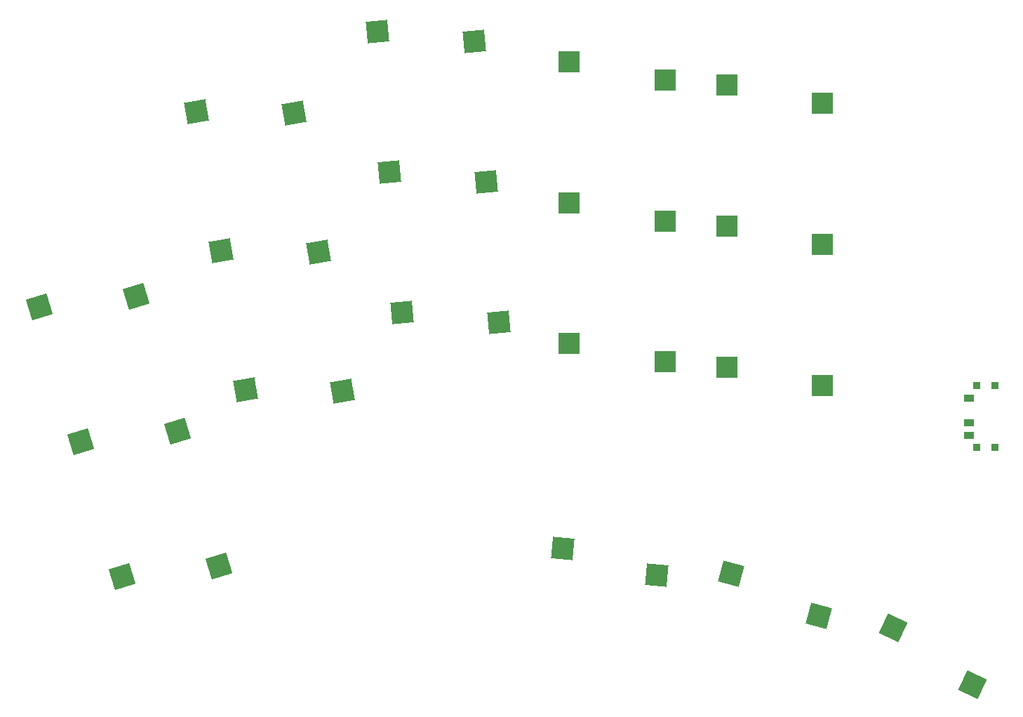
<source format=gbr>
%TF.GenerationSoftware,KiCad,Pcbnew,8.0.5-1.fc40*%
%TF.CreationDate,2024-10-20T23:35:03+02:00*%
%TF.ProjectId,fro_dux-v1,66726f5f-6475-4782-9d76-312e6b696361,v1.0.0*%
%TF.SameCoordinates,Original*%
%TF.FileFunction,Paste,Bot*%
%TF.FilePolarity,Positive*%
%FSLAX46Y46*%
G04 Gerber Fmt 4.6, Leading zero omitted, Abs format (unit mm)*
G04 Created by KiCad (PCBNEW 8.0.5-1.fc40) date 2024-10-20 23:35:03*
%MOMM*%
%LPD*%
G01*
G04 APERTURE LIST*
G04 Aperture macros list*
%AMRotRect*
0 Rectangle, with rotation*
0 The origin of the aperture is its center*
0 $1 length*
0 $2 width*
0 $3 Rotation angle, in degrees counterclockwise*
0 Add horizontal line*
21,1,$1,$2,0,0,$3*%
G04 Aperture macros list end*
%ADD10RotRect,2.600000X2.600000X10.000000*%
%ADD11RotRect,2.600000X2.600000X5.000000*%
%ADD12R,2.600000X2.600000*%
%ADD13RotRect,2.600000X2.600000X345.000000*%
%ADD14RotRect,2.600000X2.600000X335.000000*%
%ADD15R,0.900000X0.900000*%
%ADD16R,1.250000X0.900000*%
%ADD17RotRect,2.600000X2.600000X17.000000*%
%ADD18RotRect,2.600000X2.600000X355.000000*%
G04 APERTURE END LIST*
D10*
%TO.C,S11*%
X67128658Y110035975D03*
X78885213Y109875035D03*
%TD*%
D11*
%TO.C,S15*%
X90440529Y102756090D03*
X102138320Y101571111D03*
%TD*%
D12*
%TO.C,S21*%
X112136087Y99099816D03*
X123686087Y96899816D03*
%TD*%
%TO.C,S29*%
X131136087Y113266483D03*
X142686087Y111066483D03*
%TD*%
D13*
%TO.C,S33*%
X131694265Y54381730D03*
X142281306Y49267334D03*
%TD*%
D14*
%TO.C,S35*%
X151235093Y47861509D03*
X160773187Y40986391D03*
%TD*%
D10*
%TO.C,S7*%
X73032696Y76552511D03*
X84789251Y76391571D03*
%TD*%
D15*
%TO.C,T2*%
X163511087Y77016483D03*
X161311087Y77016483D03*
X163511087Y69616483D03*
X161311087Y69616483D03*
D16*
X160336087Y75566483D03*
X160336087Y72566483D03*
X160336087Y71066483D03*
%TD*%
D17*
%TO.C,S1*%
X58158171Y53989677D03*
X69846709Y55262700D03*
%TD*%
%TO.C,S5*%
X48217533Y86504039D03*
X59906071Y87777062D03*
%TD*%
D12*
%TO.C,S27*%
X131136087Y96266483D03*
X142686087Y94066483D03*
%TD*%
D10*
%TO.C,S9*%
X70080677Y93294243D03*
X81837232Y93133303D03*
%TD*%
D11*
%TO.C,S13*%
X91922177Y85820780D03*
X103619968Y84635801D03*
%TD*%
%TO.C,S17*%
X88958882Y119691400D03*
X100656673Y118506421D03*
%TD*%
D18*
%TO.C,S31*%
X111341871Y57417124D03*
X122656177Y54218846D03*
%TD*%
D17*
%TO.C,S3*%
X53187852Y70246858D03*
X64876390Y71519881D03*
%TD*%
D12*
%TO.C,S23*%
X112136087Y116099816D03*
X123686087Y113899816D03*
%TD*%
%TO.C,S25*%
X131136087Y79266483D03*
X142686087Y77066483D03*
%TD*%
%TO.C,S19*%
X112136087Y82099816D03*
X123686087Y79899816D03*
%TD*%
M02*

</source>
